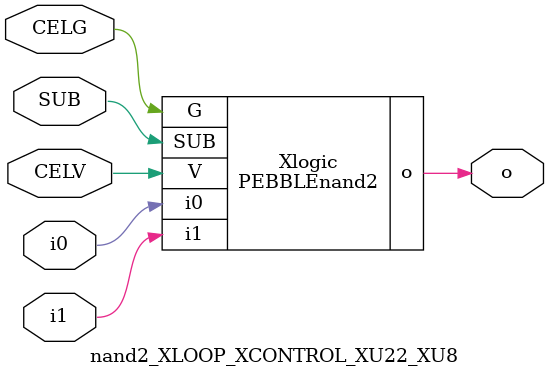
<source format=v>



module PEBBLEnand2 ( o, G, SUB, V, i0, i1 );

  input i0;
  input V;
  input i1;
  input G;
  output o;
  input SUB;
endmodule

//Celera Confidential Do Not Copy nand2_XLOOP_XCONTROL_XU22_XU8
//Celera Confidential Symbol Generator
//5V NAND2
module nand2_XLOOP_XCONTROL_XU22_XU8 (CELV,CELG,i0,i1,o,SUB);
input CELV;
input CELG;
input i0;
input i1;
input SUB;
output o;

//Celera Confidential Do Not Copy nand2
PEBBLEnand2 Xlogic(
.V (CELV),
.i0 (i0),
.i1 (i1),
.o (o),
.SUB (SUB),
.G (CELG)
);
//,diesize,PEBBLEnand2

//Celera Confidential Do Not Copy Module End
//Celera Schematic Generator
endmodule

</source>
